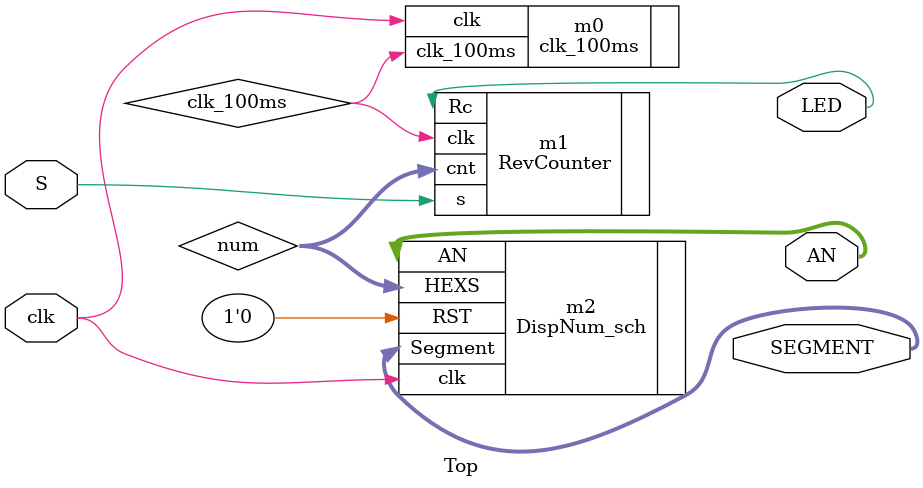
<source format=v>
`timescale 1ns / 1ps
module Top(
	input wire clk,
	input wire S,
	output wire [7:0]SEGMENT,
	output wire [3:0]AN,
	output wire LED
    );
	 
	wire clk_100ms;
	wire [15:0]num;
	
	clk_100ms m0(.clk(clk),.clk_100ms(clk_100ms));
	RevCounter m1(.clk(clk_100ms),.s(S),.cnt(num),.Rc(LED));
	DispNum_sch m2(.clk(clk),.HEXS(num),.RST(1'b0),.AN(AN),.Segment(SEGMENT));
	//DispNum_sch m2(clk,{4'b0000, num[3:0], 4'b0000, 4'b1111},1'b0,AN,SEGMENT);
endmodule

</source>
